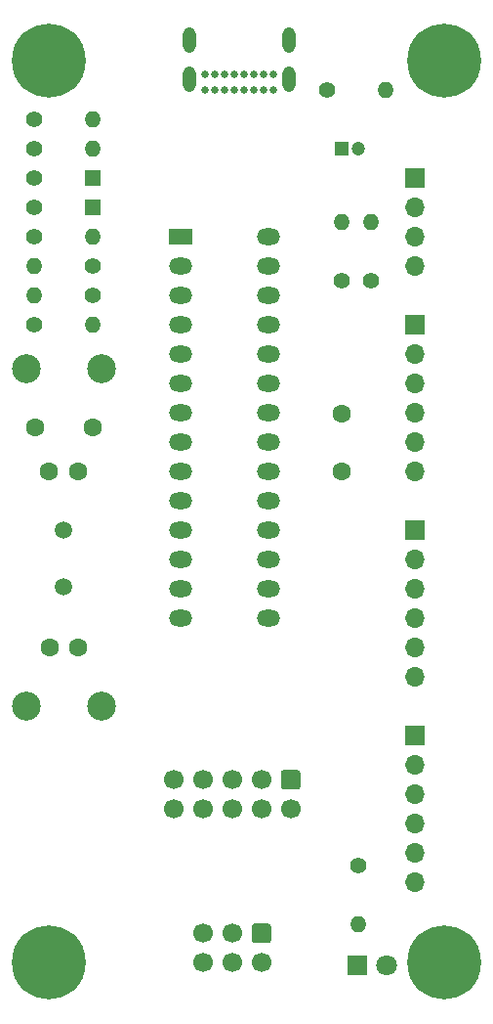
<source format=gbs>
G04 #@! TF.GenerationSoftware,KiCad,Pcbnew,(5.1.7-0-10_14)*
G04 #@! TF.CreationDate,2020-11-10T17:03:04+01:00*
G04 #@! TF.ProjectId,328p-standalone,33323870-2d73-4746-916e-64616c6f6e65,rev?*
G04 #@! TF.SameCoordinates,Original*
G04 #@! TF.FileFunction,Soldermask,Bot*
G04 #@! TF.FilePolarity,Negative*
%FSLAX46Y46*%
G04 Gerber Fmt 4.6, Leading zero omitted, Abs format (unit mm)*
G04 Created by KiCad (PCBNEW (5.1.7-0-10_14)) date 2020-11-10 17:03:04*
%MOMM*%
%LPD*%
G01*
G04 APERTURE LIST*
%ADD10C,2.500000*%
%ADD11C,1.400000*%
%ADD12R,1.400000X1.400000*%
%ADD13O,2.000000X1.440000*%
%ADD14R,2.000000X1.440000*%
%ADD15O,1.108000X2.216000*%
%ADD16C,0.650000*%
%ADD17C,6.400000*%
%ADD18O,1.400000X1.400000*%
%ADD19C,1.800000*%
%ADD20R,1.800000X1.800000*%
%ADD21C,1.600000*%
%ADD22R,1.200000X1.200000*%
%ADD23C,1.200000*%
%ADD24C,1.700000*%
%ADD25R,1.700000X1.700000*%
%ADD26O,1.700000X1.700000*%
%ADD27C,1.500000*%
G04 APERTURE END LIST*
D10*
X76910000Y-149860000D03*
X70410000Y-149860000D03*
X70410000Y-120650000D03*
X76910000Y-120650000D03*
D11*
X71120000Y-104140000D03*
D12*
X76200000Y-104140000D03*
D11*
X71120000Y-106680000D03*
D12*
X76200000Y-106680000D03*
D13*
X91440000Y-142240000D03*
X83820000Y-142240000D03*
X91440000Y-139700000D03*
X83820000Y-139700000D03*
X91440000Y-137160000D03*
X83820000Y-137160000D03*
X91440000Y-134620000D03*
X83820000Y-134620000D03*
X91440000Y-132080000D03*
X83820000Y-132080000D03*
X91440000Y-129540000D03*
X83820000Y-129540000D03*
X91440000Y-127000000D03*
X83820000Y-127000000D03*
X91440000Y-124460000D03*
X83820000Y-124460000D03*
X91440000Y-121920000D03*
X83820000Y-121920000D03*
X91440000Y-119380000D03*
X83820000Y-119380000D03*
X91440000Y-116840000D03*
X83820000Y-116840000D03*
X91440000Y-114300000D03*
X83820000Y-114300000D03*
X91440000Y-111760000D03*
X83820000Y-111760000D03*
X91440000Y-109220000D03*
D14*
X83820000Y-109220000D03*
D15*
X93225000Y-92165000D03*
X84575000Y-92165000D03*
X84575000Y-95545000D03*
X93225000Y-95545000D03*
D16*
X91875000Y-95175000D03*
X91025000Y-95175000D03*
X90175000Y-95175000D03*
X89325000Y-95175000D03*
X88475000Y-95175000D03*
X87625000Y-95175000D03*
X86775000Y-95175000D03*
X85925000Y-95175000D03*
X85925000Y-96525000D03*
X86775000Y-96525000D03*
X87625000Y-96525000D03*
X88475000Y-96525000D03*
X89325000Y-96525000D03*
X90175000Y-96525000D03*
X91025000Y-96525000D03*
X91875000Y-96525000D03*
D17*
X106680000Y-172050000D03*
X72390000Y-172050000D03*
X106680000Y-93980000D03*
X72390000Y-93980000D03*
D11*
X99250000Y-163675000D03*
D18*
X99250000Y-168755000D03*
D19*
X101665000Y-172275000D03*
D20*
X99125000Y-172275000D03*
D21*
X72390000Y-129540000D03*
X74890000Y-129540000D03*
X72430000Y-144780000D03*
X74930000Y-144780000D03*
D22*
X97750000Y-101600000D03*
D23*
X99250000Y-101600000D03*
D21*
X97750000Y-129540000D03*
X97750000Y-124540000D03*
X71200000Y-125730000D03*
X76200000Y-125730000D03*
D11*
X96520000Y-96520000D03*
D18*
X101600000Y-96520000D03*
G36*
G01*
X90215000Y-168675000D02*
X91415000Y-168675000D01*
G75*
G02*
X91665000Y-168925000I0J-250000D01*
G01*
X91665000Y-170125000D01*
G75*
G02*
X91415000Y-170375000I-250000J0D01*
G01*
X90215000Y-170375000D01*
G75*
G02*
X89965000Y-170125000I0J250000D01*
G01*
X89965000Y-168925000D01*
G75*
G02*
X90215000Y-168675000I250000J0D01*
G01*
G37*
D24*
X88275000Y-169525000D03*
X85735000Y-169525000D03*
X90815000Y-172065000D03*
X88275000Y-172065000D03*
X85735000Y-172065000D03*
X83190000Y-158765000D03*
X85730000Y-158765000D03*
X88270000Y-158765000D03*
X90810000Y-158765000D03*
X93350000Y-158765000D03*
X83190000Y-156225000D03*
X85730000Y-156225000D03*
X88270000Y-156225000D03*
X90810000Y-156225000D03*
G36*
G01*
X92750000Y-155375000D02*
X93950000Y-155375000D01*
G75*
G02*
X94200000Y-155625000I0J-250000D01*
G01*
X94200000Y-156825000D01*
G75*
G02*
X93950000Y-157075000I-250000J0D01*
G01*
X92750000Y-157075000D01*
G75*
G02*
X92500000Y-156825000I0J250000D01*
G01*
X92500000Y-155625000D01*
G75*
G02*
X92750000Y-155375000I250000J0D01*
G01*
G37*
D25*
X104140000Y-104140000D03*
D26*
X104140000Y-106680000D03*
X104140000Y-109220000D03*
X104140000Y-111760000D03*
D25*
X104140000Y-116840000D03*
D26*
X104140000Y-119380000D03*
X104140000Y-121920000D03*
X104140000Y-124460000D03*
X104140000Y-127000000D03*
X104140000Y-129540000D03*
D25*
X104140000Y-134620000D03*
D26*
X104140000Y-137160000D03*
X104140000Y-139700000D03*
X104140000Y-142240000D03*
X104140000Y-144780000D03*
X104140000Y-147320000D03*
X104140000Y-165100000D03*
X104140000Y-162560000D03*
X104140000Y-160020000D03*
X104140000Y-157480000D03*
X104140000Y-154940000D03*
D25*
X104140000Y-152400000D03*
D11*
X71120000Y-116840000D03*
D18*
X76200000Y-116840000D03*
D11*
X71120000Y-99060000D03*
D18*
X76200000Y-99060000D03*
X76200000Y-101600000D03*
D11*
X71120000Y-101600000D03*
D18*
X76200000Y-109220000D03*
D11*
X71120000Y-109220000D03*
X76200000Y-111760000D03*
D18*
X71120000Y-111760000D03*
X71120000Y-114300000D03*
D11*
X76200000Y-114300000D03*
D18*
X97790000Y-107950000D03*
D11*
X97790000Y-113030000D03*
X100330000Y-113030000D03*
D18*
X100330000Y-107950000D03*
D27*
X73660000Y-134620000D03*
X73660000Y-139500000D03*
M02*

</source>
